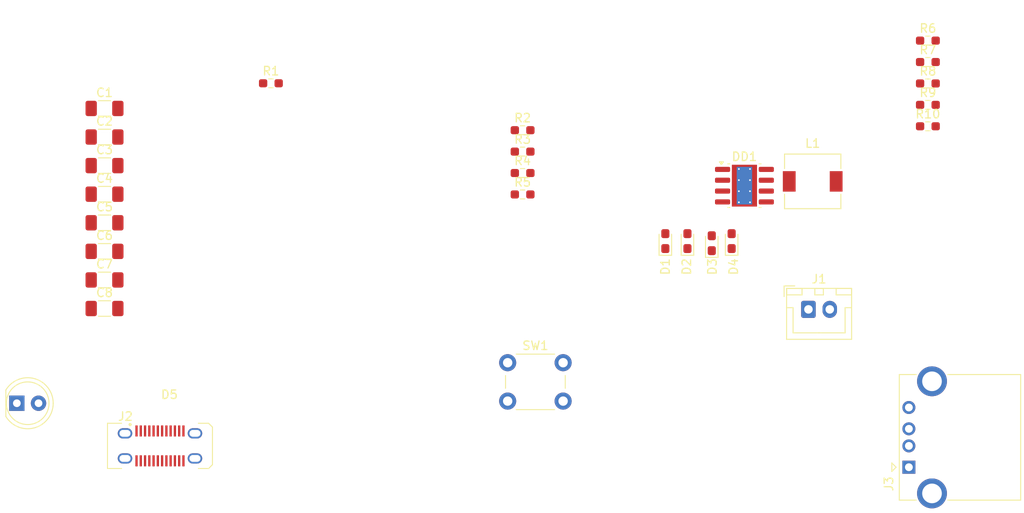
<source format=kicad_pcb>
(kicad_pcb (version 20240108) (generator "pcbnew") (generator_version "8.0")
  (layers (0 "F.Cu" signal) (31 "B.Cu" signal) (34 "B.Paste" user) (35 "F.Paste" user) (36 "B.SilkS" user "B.Silkscreen") (37 "F.SilkS" user "F.Silkscreen") (38 "B.Mask" user) (39 "F.Mask" user) (44 "Edge.Cuts" user))
  (net 0 "")
  (net 1 "Net-(C1-Pad1)")
  (net 2 "Net-(C2-Pad1)")
  (net 3 "Net-(DD1-BAT)")
  (net 4 "Net-(J1-Pin_1)")
  (net 5 "Net-(D5-A)")
  (net 6 "Net-(DD1-VOUT)")
  (net 7 "Net-(DD1-SW)")
  (net 10 "Net-(D1-A)")
  (net 11 "Net-(D1-K)")
  (net 12 "Net-(D3-A)")
  (net 13 "GND")
  (net 16 "Net-(DD1-KEY)")
  (net 30 "Net-(J3-D+)")
  (net 31 "Net-(J3-D-)")
  (net 32 "Net-(R4-Pad1)")
  (net 33 "Net-(R7-Pad2)")
  (footprint "LED_SMD:LED_0603_1608Metric_Pad1.05x0.95mm_HandSolder" (layer "F.Cu") (at 172.73 73.5 90)
    (property "Reference" "D1" (at -3 0 90) (layer "F.SilkS"))
    (property "Value" "LED")
    (fp_line (start 0.8 -0.735) (end -1.66 -0.735) (stroke (width 0.12)) (layer "F.SilkS"))
    (fp_line (start -1.66 -0.735) (end -1.66 0.735) (stroke (width 0.12)) (layer "F.SilkS"))
    (fp_line (start -1.66 0.735) (end 0.8 0.735) (stroke (width 0.12)) (layer "F.SilkS"))
    (pad "1" smd roundrect (at -0.875 0 90) (size 1.05 0.95) (layers "F.Cu" "F.Paste" "F.Mask") (net 11 "Net-(D1-K)"))
    (pad "2" smd roundrect (at 0.875 0 90) (size 1.05 0.95) (layers "F.Cu" "F.Paste" "F.Mask") (net 10 "Net-(D1-A)"))
  )
  (footprint "Capacitor_SMD:C_1206_3216Metric_Pad1.33x1.80mm_HandSolder" (layer "F.Cu") (at 107 68)
    (property "Reference" "C4" (at 0 -1.85 0) (layer "F.SilkS"))
    (property "Value" "22 uF")
    (fp_line (start -0.711252 -0.91) (end 0.711252 -0.91) (stroke (width 0.12)) (layer "F.SilkS"))
    (fp_line (start -0.711252 0.91) (end 0.711252 0.91) (stroke (width 0.12)) (layer "F.SilkS"))
    (pad "1" smd roundrect (at -1.5625 0) (size 1.325 1.8) (layers "F.Cu" "F.Paste" "F.Mask") (roundrect_rratio 0.188679) (net 6 "Net-(DD1-VOUT)"))
    (pad "2" smd roundrect (at 1.5625 0) (size 1.325 1.8) (layers "F.Cu" "F.Paste" "F.Mask") (roundrect_rratio 0.188679) (net 13 "GND"))
  )
  (footprint "Resistor_SMD:R_0603_1608Metric_Pad0.98x0.95mm_HandSolder" (layer "F.Cu") (at 203.5 52.51)
    (property "Reference" "R7" (at 0 -1.43 0) (layer "F.SilkS"))
    (property "Value" "~")
    (fp_line (start -0.254724 -0.5225) (end 0.254724 -0.5225) (stroke (width 0.12)) (layer "F.SilkS"))
    (fp_line (start -0.254724 0.5225) (end 0.254724 0.5225) (stroke (width 0.12)) (layer "F.SilkS"))
    (pad "1" smd roundrect (at -0.9125 0) (size 0.975 0.95) (layers "F.Cu" "F.Paste" "F.Mask") (net 31 "Net-(J3-D-)"))
    (pad "2" smd roundrect (at 0.9125 0) (size 0.975 0.95) (layers "F.Cu" "F.Paste" "F.Mask") (net 33 "Net-(R7-Pad2)"))
  )
  (footprint "Resistor_SMD:R_0603_1608Metric_Pad0.98x0.95mm_HandSolder" (layer "F.Cu") (at 156 63.01)
    (property "Reference" "R3" (at 0 -1.43 0) (layer "F.SilkS"))
    (property "Value" "20 Ohm ????????????")
    (fp_line (start -0.254724 -0.5225) (end 0.254724 -0.5225) (stroke (width 0.12)) (layer "F.SilkS"))
    (fp_line (start -0.254724 0.5225) (end 0.254724 0.5225) (stroke (width 0.12)) (layer "F.SilkS"))
    (pad "1" smd roundrect (at -0.9125 0) (size 0.975 0.95) (layers "F.Cu" "F.Paste" "F.Mask") (net 5 "Net-(D5-A)"))
    (pad "2" smd roundrect (at 0.9125 0) (size 0.975 0.95) (layers "F.Cu" "F.Paste" "F.Mask") (net 16 "Net-(DD1-KEY)"))
  )
  (footprint "Capacitor_SMD:C_1206_3216Metric_Pad1.33x1.80mm_HandSolder" (layer "F.Cu") (at 107 74.7)
    (property "Reference" "C6" (at 0 -1.85 0) (layer "F.SilkS"))
    (property "Value" "22 uF")
    (fp_line (start -0.711252 -0.91) (end 0.711252 -0.91) (stroke (width 0.12)) (layer "F.SilkS"))
    (fp_line (start -0.711252 0.91) (end 0.711252 0.91) (stroke (width 0.12)) (layer "F.SilkS"))
    (pad "1" smd roundrect (at -1.5625 0) (size 1.325 1.8) (layers "F.Cu" "F.Paste" "F.Mask") (roundrect_rratio 0.188679) (net 6 "Net-(DD1-VOUT)"))
    (pad "2" smd roundrect (at 1.5625 0) (size 1.325 1.8) (layers "F.Cu" "F.Paste" "F.Mask") (roundrect_rratio 0.188679) (net 13 "GND"))
  )
  (footprint "Capacitor_SMD:C_1206_3216Metric_Pad1.33x1.80mm_HandSolder" (layer "F.Cu") (at 107 81.4)
    (property "Reference" "C8" (at 0 -1.85 0) (layer "F.SilkS"))
    (property "Value" "22 uF")
    (fp_line (start -0.711252 -0.91) (end 0.711252 -0.91) (stroke (width 0.12)) (layer "F.SilkS"))
    (fp_line (start -0.711252 0.91) (end 0.711252 0.91) (stroke (width 0.12)) (layer "F.SilkS"))
    (pad "1" smd roundrect (at -1.5625 0) (size 1.325 1.8) (layers "F.Cu" "F.Paste" "F.Mask") (roundrect_rratio 0.188679) (net 4 "Net-(J1-Pin_1)"))
    (pad "2" smd roundrect (at 1.5625 0) (size 1.325 1.8) (layers "F.Cu" "F.Paste" "F.Mask") (roundrect_rratio 0.188679) (net 13 "GND"))
  )
  (footprint "Capacitor_SMD:C_1206_3216Metric_Pad1.33x1.80mm_HandSolder" (layer "F.Cu") (at 107 71.35)
    (property "Reference" "C5" (at 0 -1.85 0) (layer "F.SilkS"))
    (property "Value" "22 uF")
    (fp_line (start -0.711252 -0.91) (end 0.711252 -0.91) (stroke (width 0.12)) (layer "F.SilkS"))
    (fp_line (start -0.711252 0.91) (end 0.711252 0.91) (stroke (width 0.12)) (layer "F.SilkS"))
    (pad "1" smd roundrect (at -1.5625 0) (size 1.325 1.8) (layers "F.Cu" "F.Paste" "F.Mask") (roundrect_rratio 0.188679) (net 6 "Net-(DD1-VOUT)"))
    (pad "2" smd roundrect (at 1.5625 0) (size 1.325 1.8) (layers "F.Cu" "F.Paste" "F.Mask") (roundrect_rratio 0.188679) (net 13 "GND"))
  )
  (footprint "Resistor_SMD:R_0603_1608Metric_Pad0.98x0.95mm_HandSolder" (layer "F.Cu") (at 203.5 60.04)
    (property "Reference" "R10" (at 0 -1.43 0) (layer "F.SilkS"))
    (property "Value" "~")
    (fp_line (start -0.254724 -0.5225) (end 0.254724 -0.5225) (stroke (width 0.12)) (layer "F.SilkS"))
    (fp_line (start -0.254724 0.5225) (end 0.254724 0.5225) (stroke (width 0.12)) (layer "F.SilkS"))
    (pad "1" smd roundrect (at -0.9125 0) (size 0.975 0.95) (layers "F.Cu" "F.Paste" "F.Mask") (net 30 "Net-(J3-D+)"))
    (pad "2" smd roundrect (at 0.9125 0) (size 0.975 0.95) (layers "F.Cu" "F.Paste" "F.Mask") (net 31 "Net-(J3-D-)"))
  )
  (footprint "Capacitor_SMD:C_1206_3216Metric_Pad1.33x1.80mm_HandSolder" (layer "F.Cu") (at 107 78.05)
    (property "Reference" "C7" (at 0 -1.85 0) (layer "F.SilkS"))
    (property "Value" "22 uF")
    (fp_line (start -0.711252 -0.91) (end 0.711252 -0.91) (stroke (width 0.12)) (layer "F.SilkS"))
    (fp_line (start -0.711252 0.91) (end 0.711252 0.91) (stroke (width 0.12)) (layer "F.SilkS"))
    (pad "1" smd roundrect (at -1.5625 0) (size 1.325 1.8) (layers "F.Cu" "F.Paste" "F.Mask") (roundrect_rratio 0.188679) (net 3 "Net-(DD1-BAT)"))
    (pad "2" smd roundrect (at 1.5625 0) (size 1.325 1.8) (layers "F.Cu" "F.Paste" "F.Mask") (roundrect_rratio 0.188679) (net 13 "GND"))
  )
  (footprint "Resistor_SMD:R_0603_1608Metric_Pad0.98x0.95mm_HandSolder" (layer "F.Cu") (at 203.5 50)
    (property "Reference" "R6" (at 0 -1.43 0) (layer "F.SilkS"))
    (property "Value" "~")
    (fp_line (start -0.254724 -0.5225) (end 0.254724 -0.5225) (stroke (width 0.12)) (layer "F.SilkS"))
    (fp_line (start -0.254724 0.5225) (end 0.254724 0.5225) (stroke (width 0.12)) (layer "F.SilkS"))
    (pad "1" smd roundrect (at -0.9125 0) (size 0.975 0.95) (layers "F.Cu" "F.Paste" "F.Mask") (net 6 "Net-(DD1-VOUT)"))
    (pad "2" smd roundrect (at 0.9125 0) (size 0.975 0.95) (layers "F.Cu" "F.Paste" "F.Mask") (net 31 "Net-(J3-D-)"))
  )
  (footprint "Resistor_SMD:R_0603_1608Metric_Pad0.98x0.95mm_HandSolder" (layer "F.Cu") (at 156 65.52)
    (property "Reference" "R4" (at 0 -1.43 0) (layer "F.SilkS"))
    (property "Value" "10 Ohm")
    (fp_line (start -0.254724 -0.5225) (end 0.254724 -0.5225) (stroke (width 0.12)) (layer "F.SilkS"))
    (fp_line (start -0.254724 0.5225) (end 0.254724 0.5225) (stroke (width 0.12)) (layer "F.SilkS"))
    (pad "1" smd roundrect (at -0.9125 0) (size 0.975 0.95) (layers "F.Cu" "F.Paste" "F.Mask") (net 32 "Net-(R4-Pad1)"))
    (pad "2" smd roundrect (at 0.9125 0) (size 0.975 0.95) (layers "F.Cu" "F.Paste" "F.Mask") (net 16 "Net-(DD1-KEY)"))
  )
  (footprint "Connector_USB:USB_A_CONNFLY_DS1095-WNR0" (layer "F.Cu") (at 201.2725 100 90)
    (property "Reference" "J3" (at -1.95 -2.35 90) (layer "F.SilkS"))
    (property "Value" "USB_A")
    (fp_line (start 0.5 -2) (end -0.5 -2) (stroke (width 0.12)) (layer "F.SilkS"))
    (fp_line (start -0.5 -2) (end 0 -1.5) (stroke (width 0.12)) (layer "F.SilkS"))
    (fp_line (start 0 -1.5) (end 0.5 -2) (stroke (width 0.12)) (layer "F.SilkS"))
    (fp_line (start -3.86 -1.12) (end 10.86 -1.12) (stroke (width 0.12)) (layer "F.SilkS"))
    (fp_line (start -3.86 -1.12) (end -3.86 0.86) (stroke (width 0.12)) (layer "F.SilkS"))
    (fp_line (start 10.86 0.86) (end 10.86 -1.12) (stroke (width 0.12)) (layer "F.SilkS"))
    (fp_line (start 10.86 4.56) (end 10.86 13.1) (stroke (width 0.12)) (layer "F.SilkS"))
    (fp_line (start -3.86 4.56) (end -3.86 13.1) (stroke (width 0.12)) (layer "F.SilkS"))
    (fp_line (start -3.86 13.1) (end 10.86 13.1) (stroke (width 0.12)) (layer "F.SilkS"))
    (pad "1" thru_hole rect (at 0 0 90) (size 1.524 1.524) (drill 0.92) (layers "*.Cu" "*.Mask") (net 6 "Net-(DD1-VOUT)"))
    (pad "2" thru_hole circle (at 2.5 0 90) (size 1.524 1.524) (drill 0.92) (layers "*.Cu" "*.Mask") (net 31 "Net-(J3-D-)"))
    (pad "3" thru_hole circle (at 4.5 0 90) (size 1.524 1.524) (drill 0.92) (layers "*.Cu" "*.Mask") (net 30 "Net-(J3-D+)"))
    (pad "4" thru_hole circle (at 7 0 90) (size 1.524 1.524) (drill 0.92) (layers "*.Cu" "*.Mask") (net 13 "GND"))
    (pad "5" thru_hole circle (at -3.07 2.71 90) (size 3.5 3.5) (drill 2.3) (layers "*.Cu" "*.Mask") (net 13 "GND"))
    (pad "5" thru_hole circle (at 10.07 2.71 90) (size 3.5 3.5) (drill 2.3) (layers "*.Cu" "*.Mask") (net 13 "GND"))
  )
  (footprint "Inductor_SMD:L_6.3x6.3_H3" (layer "F.Cu") (at 190 66.5)
    (property "Reference" "L1" (at 0 -4.45 0) (layer "F.SilkS"))
    (property "Value" "1 uH")
    (fp_line (start -3.3 -3.2) (end 3.3 -3.2) (stroke (width 0.12)) (layer "F.SilkS"))
    (fp_line (start -3.3 -1.5) (end -3.3 -3.2) (stroke (width 0.12)) (layer "F.SilkS"))
    (fp_line (start -3.3 3.2) (end -3.3 1.5) (stroke (width 0.12)) (layer "F.SilkS"))
    (fp_line (start 3.3 -3.2) (end 3.3 -1.5) (stroke (width 0.12)) (layer "F.SilkS"))
    (fp_line (start 3.3 1.5) (end 3.3 3.2) (stroke (width 0.12)) (layer "F.SilkS"))
    (fp_line (start 3.3 3.2) (end -3.3 3.2) (stroke (width 0.12)) (layer "F.SilkS"))
    (pad "1" smd rect (at -2.75 0) (size 1.5 2.4) (layers "F.Cu" "F.Paste" "F.Mask") (net 7 "Net-(DD1-SW)"))
    (pad "2" smd rect (at 2.75 0) (size 1.5 2.4) (layers "F.Cu" "F.Paste" "F.Mask") (net 4 "Net-(J1-Pin_1)"))
  )
  (footprint "LED_SMD:LED_0603_1608Metric_Pad1.05x0.95mm_HandSolder" (layer "F.Cu") (at 178.17 73.745 90)
    (property "Reference" "D3" (at -2.755 0.06 90) (layer "F.SilkS"))
    (property "Value" "LED")
    (fp_line (start 0.8 -0.735) (end -1.66 -0.735) (stroke (width 0.12)) (layer "F.SilkS"))
    (fp_line (start -1.66 -0.735) (end -1.66 0.735) (stroke (width 0.12)) (layer "F.SilkS"))
    (fp_line (start -1.66 0.735) (end 0.8 0.735) (stroke (width 0.12)) (layer "F.SilkS"))
    (pad "1" smd roundrect (at -0.875 0 90) (size 1.05 0.95) (layers "F.Cu" "F.Paste" "F.Mask") (net 11 "Net-(D1-K)"))
    (pad "2" smd roundrect (at 0.875 0 90) (size 1.05 0.95) (layers "F.Cu" "F.Paste" "F.Mask") (net 12 "Net-(D3-A)"))
  )
  (footprint "Capacitor_SMD:C_1206_3216Metric_Pad1.33x1.80mm_HandSolder" (layer "F.Cu") (at 107 57.95)
    (property "Reference" "C1" (at 0 -1.85 0) (layer "F.SilkS"))
    (property "Value" "10 uF")
    (fp_line (start -0.711252 -0.91) (end 0.711252 -0.91) (stroke (width 0.12)) (layer "F.SilkS"))
    (fp_line (start -0.711252 0.91) (end 0.711252 0.91) (stroke (width 0.12)) (layer "F.SilkS"))
    (pad "1" smd roundrect (at -1.5625 0) (size 1.325 1.8) (layers "F.Cu" "F.Paste" "F.Mask") (roundrect_rratio 0.188679) (net 1 "Net-(C1-Pad1)"))
    (pad "2" smd roundrect (at 1.5625 0) (size 1.325 1.8) (layers "F.Cu" "F.Paste" "F.Mask") (roundrect_rratio 0.188679) (net 13 "GND"))
  )
  (footprint "Button_Switch_THT:SW_PUSH_6mm_H13mm" (layer "F.Cu") (at 154.25 87.75)
    (property "Reference" "SW1" (at 3.25 -2 0) (layer "F.SilkS"))
    (property "Value" "SW_Push")
    (fp_line (start -0.25 1.5) (end -0.25 3) (stroke (width 0.12)) (layer "F.SilkS"))
    (fp_line (start 1 5.5) (end 5.5 5.5) (stroke (width 0.12)) (layer "F.SilkS"))
    (fp_line (start 5.5 -1) (end 1 -1) (stroke (width 0.12)) (layer "F.SilkS"))
    (fp_line (start 6.75 3) (end 6.75 1.5) (stroke (width 0.12)) (layer "F.SilkS"))
    (pad "1" thru_hole circle (at 0 0 90) (size 2 2) (drill 1.1) (layers "*.Cu" "*.Mask") (net 13 "GND"))
    (pad "1" thru_hole circle (at 6.5 0 90) (size 2 2) (drill 1.1) (layers "*.Cu" "*.Mask") (net 13 "GND"))
    (pad "2" thru_hole circle (at 0 4.5 90) (size 2 2) (drill 1.1) (layers "*.Cu" "*.Mask") (net 32 "Net-(R4-Pad1)"))
    (pad "2" thru_hole circle (at 6.5 4.5 90) (size 2 2) (drill 1.1) (layers "*.Cu" "*.Mask") (net 32 "Net-(R4-Pad1)"))
  )
  (footprint "Resistor_SMD:R_0603_1608Metric_Pad0.98x0.95mm_HandSolder" (layer "F.Cu") (at 126.5 55)
    (property "Reference" "R1" (at 0 -1.43 0) (layer "F.SilkS"))
    (property "Value" "2 Ohm")
    (fp_line (start -0.254724 -0.5225) (end 0.254724 -0.5225) (stroke (width 0.12)) (layer "F.SilkS"))
    (fp_line (start -0.254724 0.5225) (end 0.254724 0.5225) (stroke (width 0.12)) (layer "F.SilkS"))
    (pad "1" smd roundrect (at -0.9125 0) (size 0.975 0.95) (layers "F.Cu" "F.Paste" "F.Mask") (net 2 "Net-(C2-Pad1)"))
    (pad "2" smd roundrect (at 0.9125 0) (size 0.975 0.95) (layers "F.Cu" "F.Paste" "F.Mask") (net 1 "Net-(C1-Pad1)"))
  )
  (footprint "Resistor_SMD:R_0603_1608Metric_Pad0.98x0.95mm_HandSolder" (layer "F.Cu") (at 156 60.5)
    (property "Reference" "R2" (at 0 -1.43 0) (layer "F.SilkS"))
    (property "Value" "1 Ohm")
    (fp_line (start -0.254724 -0.5225) (end 0.254724 -0.5225) (stroke (width 0.12)) (layer "F.SilkS"))
    (fp_line (start -0.254724 0.5225) (end 0.254724 0.5225) (stroke (width 0.12)) (layer "F.SilkS"))
    (pad "1" smd roundrect (at -0.9125 0) (size 0.975 0.95) (layers "F.Cu" "F.Paste" "F.Mask") (net 4 "Net-(J1-Pin_1)"))
    (pad "2" smd roundrect (at 0.9125 0) (size 0.975 0.95) (layers "F.Cu" "F.Paste" "F.Mask") (net 3 "Net-(DD1-BAT)"))
  )
  (footprint "Resistor_SMD:R_0603_1608Metric_Pad0.98x0.95mm_HandSolder" (layer "F.Cu") (at 203.5 57.53)
    (property "Reference" "R9" (at 0 -1.43 0) (layer "F.SilkS"))
    (property "Value" "~")
    (fp_line (start -0.254724 -0.5225) (end 0.254724 -0.5225) (stroke (width 0.12)) (layer "F.SilkS"))
    (fp_line (start -0.254724 0.5225) (end 0.254724 0.5225) (stroke (width 0.12)) (layer "F.SilkS"))
    (pad "1" smd roundrect (at -0.9125 0) (size 0.975 0.95) (layers "F.Cu" "F.Paste" "F.Mask") (net 30 "Net-(J3-D+)"))
    (pad "2" smd roundrect (at 0.9125 0) (size 0.975 0.95) (layers "F.Cu" "F.Paste" "F.Mask") (net 33 "Net-(R7-Pad2)"))
  )
  (footprint "Package_SO:SOIC-8-1EP_3.9x4.9mm_P1.27mm_EP2.95x4.9mm_Mask2.71x3.4mm_ThermalVias" (layer "F.Cu") (at 182 67)
    (property "Reference" "DD1" (at 0 -3.4 0) (layer "F.SilkS"))
    (property "Value" "~")
    (fp_line (start -1.710584 -2.56) (end -1.95 -2.56) (stroke (width 0.12)) (layer "F.SilkS"))
    (fp_line (start -1.710584 2.56) (end -1.95 2.56) (stroke (width 0.12)) (layer "F.SilkS"))
    (fp_line (start 1.710584 -2.56) (end 1.95 -2.56) (stroke (width 0.12)) (layer "F.SilkS"))
    (fp_line (start 1.710584 2.56) (end 1.95 2.56) (stroke (width 0.12)) (layer "F.SilkS"))
    (fp_poly (pts (xy -2.7 -2.465) (xy -2.94 -2.795) (xy -2.46 -2.795) (xy -2.7 -2.465)) (stroke (width 0.12)) (fill solid) (layer "F.SilkS"))
    (pad "1" smd roundrect (at -2.5625 -1.905) (size 1.775 0.6) (layers "F.Cu" "F.Paste" "F.Mask"))
    (pad "2" smd roundrect (at -2.5625 -0.635) (size 1.775 0.6) (layers "F.Cu" "F.Paste" "F.Mask") (net 10 "Net-(D1-A)"))
    (pad "3" smd roundrect (at -2.5625 0.635) (size 1.775 0.6) (layers "F.Cu" "F.Paste" "F.Mask") (net 12 "Net-(D3-A)"))
    (pad "4" smd roundrect (at -2.5625 1.905) (size 1.775 0.6) (layers "F.Cu" "F.Paste" "F.Mask") (net 11 "Net-(D1-K)"))
    (pad "5" smd roundrect (at 2.5625 1.905) (size 1.775 0.6) (layers "F.Cu" "F.Paste" "F.Mask") (net 16 "Net-(DD1-KEY)"))
    (pad "6" smd roundrect (at 2.5625 0.635) (size 1.775 0.6) (layers "F.Cu" "F.Paste" "F.Mask") (net 3 "Net-(DD1-BAT)"))
    (pad "7" smd roundrect (at 2.5625 -0.635) (size 1.775 0.6) (layers "F.Cu" "F.Paste" "F.Mask") (net 7 "Net-(DD1-SW)"))
    (pad "8" smd roundrect (at 2.5625 -1.905) (size 1.775 0.6) (layers "F.Cu" "F.Paste" "F.Mask") (net 6 "Net-(DD1-VOUT)"))
    (pad "9" thru_hole circle (at -0.65 -1.95) (size 0.5 0.5) (drill 0.2) (property pad_prop_heatsink) (layers "*.Cu") (net 13 "GND"))
    (pad "9" thru_hole circle (at -0.65 -0.65) (size 0.5 0.5) (drill 0.2) (property pad_prop_heatsink) (layers "*.Cu") (net 13 "GND"))
    (pad "9" thru_hole circle (at -0.65 0.65) (size 0.5 0.5) (drill 0.2) (property pad_prop_heatsink) (layers "*.Cu") (net 13 "GND"))
    (pad "9" thru_hole circle (at -0.65 1.95) (size 0.5 0.5) (drill 0.2) (property pad_prop_heatsink) (layers "*.Cu") (net 13 "GND"))
    (pad "9" smd rect (at 0 0) (size 1.8 4.4) (property pad_prop_heatsink) (layers "B.Cu") (net 13 "GND"))
    (pad "9" smd rect (at 0 0) (size 2.95 4.9) (property pad_prop_heatsink) (layers "F.Cu") (net 13 "GND"))
    (pad "9" thru_hole circle (at 0.65 -1.95) (size 0.5 0.5) (drill 0.2) (property pad_prop_heatsink) (layers "*.Cu") (net 13 "GND"))
    (pad "9" thru_hole circle (at 0.65 -0.65) (size 0.5 0.5) (drill 0.2) (property pad_prop_heatsink) (layers "*.Cu") (net 13 "GND"))
    (pad "9" thru_hole circle (at 0.65 0.65) (size 0.5 0.5) (drill 0.2) (property pad_prop_heatsink) (layers "*.Cu") (net 13 "GND"))
    (pad "9" thru_hole circle (at 0.65 1.95) (size 0.5 0.5) (drill 0.2) (property pad_prop_heatsink) (layers "*.Cu") (net 13 "GND"))
  )
  (footprint "LED_SMD:LED_0603_1608Metric_Pad1.05x0.95mm_HandSolder" (layer "F.Cu") (at 175.32 73.5 90)
    (property "Reference" "D2" (at -3 -0.09 90) (layer "F.SilkS"))
    (property "Value" "LED")
    (fp_line (start 0.8 -0.735) (end -1.66 -0.735) (stroke (width 0.12)) (layer "F.SilkS"))
    (fp_line (start -1.66 -0.735) (end -1.66 0.735) (stroke (width 0.12)) (layer "F.SilkS"))
    (fp_line (start -1.66 0.735) (end 0.8 0.735) (stroke (width 0.12)) (layer "F.SilkS"))
    (pad "1" smd roundrect (at -0.875 0 90) (size 1.05 0.95) (layers "F.Cu" "F.Paste" "F.Mask") (net 10 "Net-(D1-A)"))
    (pad "2" smd roundrect (at 0.875 0 90) (size 1.05 0.95) (layers "F.Cu" "F.Paste" "F.Mask") (net 11 "Net-(D1-K)"))
  )
  (footprint "Connector_JST:JST_XH_B2B-XH-A_1x02_P2.50mm_Vertical" (layer "F.Cu") (at 189.5 81.5)
    (property "Reference" "J1" (at 1.25 -3.55 0) (layer "F.SilkS"))
    (property "Value" "Conn_01x02")
    (fp_line (start -2.85 -2.75) (end -2.85 -1.5) (stroke (width 0.12)) (layer "F.SilkS"))
    (fp_line (start -2.56 -2.46) (end -2.56 3.51) (stroke (width 0.12)) (layer "F.SilkS"))
    (fp_line (start -2.56 3.51) (end 5.06 3.51) (stroke (width 0.12)) (layer "F.SilkS"))
    (fp_line (start -2.55 -2.45) (end -2.55 -1.7) (stroke (width 0.12)) (layer "F.SilkS"))
    (fp_line (start -2.55 -1.7) (end -0.75 -1.7) (stroke (width 0.12)) (layer "F.SilkS"))
    (fp_line (start -2.55 -0.2) (end -1.8 -0.2) (stroke (width 0.12)) (layer "F.SilkS"))
    (fp_line (start -1.8 -0.2) (end -1.8 2.75) (stroke (width 0.12)) (layer "F.SilkS"))
    (fp_line (start -1.8 2.75) (end 1.25 2.75) (stroke (width 0.12)) (layer "F.SilkS"))
    (fp_line (start -1.6 -2.75) (end -2.85 -2.75) (stroke (width 0.12)) (layer "F.SilkS"))
    (fp_line (start -0.75 -2.45) (end -2.55 -2.45) (stroke (width 0.12)) (layer "F.SilkS"))
    (fp_line (start -0.75 -1.7) (end -0.75 -2.45) (stroke (width 0.12)) (layer "F.SilkS"))
    (fp_line (start 0.75 -2.45) (end 0.75 -1.7) (stroke (width 0.12)) (layer "F.SilkS"))
    (fp_line (start 0.75 -1.7) (end 1.75 -1.7) (stroke (width 0.12)) (layer "F.SilkS"))
    (fp_line (start 1.75 -2.45) (end 0.75 -2.45) (stroke (width 0.12)) (layer "F.SilkS"))
    (fp_line (start 1.75 -1.7) (end 1.75 -2.45) (stroke (width 0.12)) (layer "F.SilkS"))
    (fp_line (start 3.25 -2.45) (end 3.25 -1.7) (stroke (width 0.12)) (layer "F.SilkS"))
    (fp_line (start 3.25 -1.7) (end 5.05 -1.7) (stroke (width 0.12)) (layer "F.SilkS"))
    (fp_line (start 4.3 -0.2) (end 4.3 2.75) (stroke (width 0.12)) (layer "F.SilkS"))
    (fp_line (start 4.3 2.75) (end 1.25 2.75) (stroke (width 0.12)) (layer "F.SilkS"))
    (fp_line (start 5.05 -2.45) (end 3.25 -2.45) (stroke (width 0.12)) (layer "F.SilkS"))
    (fp_line (start 5.05 -1.7) (end 5.05 -2.45) (stroke (width 0.12)) (layer "F.SilkS"))
    (fp_line (start 5.05 -0.2) (end 4.3 -0.2) (stroke (width 0.12)) (layer "F.SilkS"))
    (fp_line (start 5.06 -2.46) (end -2.56 -2.46) (stroke (width 0.12)) (layer "F.SilkS"))
    (fp_line (start 5.06 3.51) (end 5.06 -2.46) (stroke (width 0.12)) (layer "F.SilkS"))
    (pad "1" thru_hole roundrect (at 0 0) (size 1.7 2) (drill 1) (layers "*.Cu" "*.Mask") (roundrect_rratio 0.147059) (net 4 "Net-(J1-Pin_1)"))
    (pad "2" thru_hole oval (at 2.5 0) (size 1.7 2) (drill 1) (layers "*.Cu" "*.Mask") (net 13 "GND"))
  )
  (footprint "Connector_USB:USB_C_Receptacle_JAE_DX07S024WJ3R400" (layer "F.Cu") (at 113.5 97.5)
    (property "Reference" "J2" (at -4.05 -3.45 0) (layer "F.SilkS"))
    (property "Value" "USB_C_Receptacle")
    (fp_line (start -6.15 -2.65) (end -6.15 2.65) (stroke (width 0.12)) (layer "F.SilkS"))
    (fp_line (start -6.15 -2.65) (end -4.5 -2.65) (stroke (width 0.12)) (layer "F.SilkS"))
    (fp_line (start -6.15 2.65) (end -4.5 2.65) (stroke (width 0.12)) (layer "F.SilkS"))
    (fp_line (start 4.5 -2.65) (end 5.7 -2.65) (stroke (width 0.12)) (layer "F.SilkS"))
    (fp_line (start 4.5 2.65) (end 5.7 2.65) (stroke (width 0.12)) (layer "F.SilkS"))
    (fp_line (start 5.7 -2.65) (end 6.15 -2.2) (stroke (width 0.12)) (layer "F.SilkS"))
    (fp_line (start 5.7 2.65) (end 6.15 2.2) (stroke (width 0.12)) (layer "F.SilkS"))
    (fp_line (start 6.15 -2.2) (end 6.15 2.2) (stroke (width 0.12)) (layer "F.SilkS"))
    (fp_circle (center -3.5 -2.5) (end -3.388197 -2.5) (stroke (width 0.15)) (fill none) (layer "F.SilkS"))
    (pad "" np_thru_hole circle (at -5.5 -1.3) (size 0.6 0.6) (drill 0.6) (layers "*.Cu" "*.Mask"))
    (pad "" np_thru_hole circle (at 5.5 -1.3) (size 0.6 0.6) (drill 0.6) (layers "*.Cu" "*.Mask"))
    (pad "A1" smd rect (at -2.75 -1.75) (size 0.27 1.3) (layers "F.Cu" "F.Paste" "F.Mask") (net 13 "GND"))
    (pad "A2" smd rect (at -2.25 -1.75) (size 0.27 1.3) (layers "F.Cu" "F.Paste" "F.Mask"))
    (pad "A3" smd rect (at -1.75 -1.75) (size 0.27 1.3) (layers "F.Cu" "F.Paste" "F.Mask"))
    (pad "A4" smd rect (at -1.25 -1.75) (size 0.27 1.3) (layers "F.Cu" "F.Paste" "F.Mask") (net 2 "Net-(C2-Pad1)"))
    (pad "A5" smd rect (at -0.75 -1.75) (size 0.27 1.3) (layers "F.Cu" "F.Paste" "F.Mask"))
    (pad "A6" smd rect (at -0.25 -1.75) (size 0.27 1.3) (layers "F.Cu" "F.Paste" "F.Mask"))
    (pad "A7" smd rect (at 0.25 -1.75) (size 0.27 1.3) (layers "F.Cu" "F.Paste" "F.Mask"))
    (pad "A8" smd rect (at 0.75 -1.75) (size 0.27 1.3) (layers "F.Cu" "F.Paste" "F.Mask"))
    (pad "A9" smd rect (at 1.25 -1.75) (size 0.27 1.3) (layers "F.Cu" "F.Paste" "F.Mask") (net 2 "Net-(C2-Pad1)"))
    (pad "A10" smd rect (at 1.75 -1.75) (size 0.27 1.3) (layers "F.Cu" "F.Paste" "F.Mask"))
    (pad "A11" smd rect (at 2.25 -1.75) (size 0.27 1.3) (layers "F.Cu" "F.Paste" "F.Mask"))
    (pad "A12" smd rect (at 2.75 -1.75) (size 0.27 1.3) (layers "F.Cu" "F.Paste" "F.Mask") (net 13 "GND"))
    (pad "B1" smd rect (at 2.75 1.75) (size 0.27 1.3) (layers "F.Cu" "F.Paste" "F.Mask") (net 13 "GND"))
    (pad "B2" smd rect (at 2.25 1.75) (size 0.27 1.3) (layers "F.Cu" "F.Paste" "F.Mask"))
    (pad "B3" smd rect (at 1.75 1.75) (size 0.27 1.3) (layers "F.Cu" "F.Paste" "F.Mask"))
    (pad "B4" smd rect (at 1.25 1.75) (size 0.27 1.3) (layers "F.Cu" "F.Paste" "F.Mask") (net 2 "Net-(C2-Pad1)"))
    (pad "B5" smd rect (at 0.75 1.75) (size 0.27 1.3) (layers "F.Cu" "F.Paste" "F.Mask"))
    (pad "B6" smd rect (at 0.25 1.75) (size 0.27 1.3) (layers "F.Cu" "F.Paste" "F.Mask"))
    (pad "B7" smd rect (at -0.25 1.75) (size 0.27 1.3) (layers "F.Cu" "F.Paste" "F.Mask"))
    (pad "B8" smd rect (at -0.75 1.75) (size 0.27 1.3) (layers "F.Cu" "F.Paste" "F.Mask"))
    (pad "B9" smd rect (at -1.25 1.75) (size 0.27 1.3) (layers "F.Cu" "F.Paste" "F.Mask") (net 2 "Net-(C2-Pad1)"))
    (pad "B10" smd rect (at -1.75 1.75) (size 0.27 1.3) (layers "F.Cu" "F.Paste" "F.Mask"))
    (pad "B11" smd rect (at -2.25 1.75) (size 0.27 1.3) (layers "F.Cu" "F.Paste" "F.Mask"))
    (pad "B12" smd rect (at -2.75 1.75) (size 0.27 1.3) (layers "F.Cu" "F.Paste" "F.Mask") (net 13 "GND"))
    (pad "S1" thru_hole oval (at -4.1 -1.47 90) (size 1.2 1.7) (drill oval 0.8 1.3) (layers "*.Cu" "*.Mask") (net 13 "GND"))
    (pad "S1" thru_hole oval (at -4.1 1.47 90) (size 1.2 1.7) (drill oval 0.8 1.3) (layers "*.Cu" "*.Mask") (net 13 "GND"))
    (pad "S1" thru_hole oval (at 4.1 -1.47 90) (size 1.2 1.7) (drill oval 0.8 1.3) (layers "*.Cu" "*.Mask") (net 13 "GND"))
    (pad "S1" thru_hole oval (at 4.1 1.47 90) (size 1.2 1.7) (drill oval 0.8 1.3) (layers "*.Cu" "*.Mask") (net 13 "GND"))
  )
  (footprint "LED_SMD:LED_0603_1608Metric_Pad1.05x0.95mm_HandSolder" (layer "F.Cu") (at 180.5 73.5 90)
    (property "Reference" "D4" (at -3 0.23 90) (layer "F.SilkS"))
    (property "Value" "LED")
    (fp_line (start 0.8 -0.735) (end -1.66 -0.735) (stroke (width 0.12)) (layer "F.SilkS"))
    (fp_line (start -1.66 -0.735) (end -1.66 0.735) (stroke (width 0.12)) (layer "F.SilkS"))
    (fp_line (start -1.66 0.735) (end 0.8 0.735) (stroke (width 0.12)) (layer "F.SilkS"))
    (pad "1" smd roundrect (at -0.875 0 90) (size 1.05 0.95) (layers "F.Cu" "F.Paste" "F.Mask") (net 12 "Net-(D3-A)"))
    (pad "2" smd roundrect (at 0.875 0 90) (size 1.05 0.95) (layers "F.Cu" "F.Paste" "F.Mask") (net 11 "Net-(D1-K)"))
  )
  (footprint "Capacitor_SMD:C_1206_3216Metric_Pad1.33x1.80mm_HandSolder" (layer "F.Cu") (at 107 64.65)
    (property "Reference" "C3" (at 0 -1.85 0) (layer "F.SilkS"))
    (property "Value" "22 uF")
    (fp_line (start -0.711252 -0.91) (end 0.711252 -0.91) (stroke (width 0.12)) (layer "F.SilkS"))
    (fp_line (start -0.711252 0.91) (end 0.711252 0.91) (stroke (width 0.12)) (layer "F.SilkS"))
    (pad "1" smd roundrect (at -1.5625 0) (size 1.325 1.8) (layers "F.Cu" "F.Paste" "F.Mask") (roundrect_rratio 0.188679) (net 6 "Net-(DD1-VOUT)"))
    (pad "2" smd roundrect (at 1.5625 0) (size 1.325 1.8) (layers "F.Cu" "F.Paste" "F.Mask") (roundrect_rratio 0.188679) (net 13 "GND"))
  )
  (footprint "Capacitor_SMD:C_1206_3216Metric_Pad1.33x1.80mm_HandSolder" (layer "F.Cu") (at 107 61.3)
    (property "Reference" "C2" (at 0 -1.85 0) (layer "F.SilkS"))
    (property "Value" "10 uF")
    (fp_line (start -0.711252 -0.91) (end 0.711252 -0.91) (stroke (width 0.12)) (layer "F.SilkS"))
    (fp_line (start -0.711252 0.91) (end 0.711252 0.91) (stroke (width 0.12)) (layer "F.SilkS"))
    (pad "1" smd roundrect (at -1.5625 0) (size 1.325 1.8) (layers "F.Cu" "F.Paste" "F.Mask") (roundrect_rratio 0.188679) (net 2 "Net-(C2-Pad1)"))
    (pad "2" smd roundrect (at 1.5625 0) (size 1.325 1.8) (layers "F.Cu" "F.Paste" "F.Mask") (roundrect_rratio 0.188679) (net 13 "GND"))
  )
  (footprint "LED_THT:LED_D5.0mm_IRBlack" (layer "F.Cu") (at 96.725 92.5)
    (property "Reference" "D5" (at 17.88 -1.01 0) (layer "F.SilkS"))
    (property "Value" "LED")
    (fp_line (start -1.29 -1.545) (end -1.29 1.545) (stroke (width 0.12)) (layer "F.SilkS"))
    (fp_arc (start -1.29 -1.54483) (mid 2.072002 -2.880433) (end 4.26 0.000462) (stroke (width 0.12)) (layer "F.SilkS"))
    (fp_arc (start 4.26 -0.000462) (mid 2.072002 2.880433) (end -1.29 1.54483) (stroke (width 0.12)) (layer "F.SilkS"))
    (fp_circle (center 1.27 0) (end 3.77 0) (stroke (width 0.12)) (fill none) (layer "F.SilkS"))
    (pad "1" thru_hole rect (at 0 0) (size 1.8 1.8) (drill 0.9) (layers "*.Cu" "*.Mask") (net 13 "GND"))
    (pad "2" thru_hole circle (at 2.54 0) (size 1.8 1.8) (drill 0.9) (layers "*.Cu" "*.Mask") (net 5 "Net-(D5-A)"))
  )
  (footprint "Resistor_SMD:R_0603_1608Metric_Pad0.98x0.95mm_HandSolder" (layer "F.Cu") (at 203.5 55.02)
    (property "Reference" "R8" (at 0 -1.43 0) (layer "F.SilkS"))
    (property "Value" "~")
    (fp_line (start -0.254724 -0.5225) (end 0.254724 -0.5225) (stroke (width 0.12)) (layer "F.SilkS"))
    (fp_line (start -0.254724 0.5225) (end 0.254724 0.5225) (stroke (width 0.12)) (layer "F.SilkS"))
    (pad "1" smd roundrect (at -0.9125 0) (size 0.975 0.95) (layers "F.Cu" "F.Paste" "F.Mask") (net 6 "Net-(DD1-VOUT)"))
    (pad "2" smd roundrect (at 0.9125 0) (size 0.975 0.95) (layers "F.Cu" "F.Paste" "F.Mask") (net 30 "Net-(J3-D+)"))
  )
  (footprint "Resistor_SMD:R_0603_1608Metric_Pad0.98x0.95mm_HandSolder" (layer "F.Cu") (at 156 68.03)
    (property "Reference" "R5" (at 0 -1.43 0) (layer "F.SilkS"))
    (property "Value" "1 Ohm")
    (fp_line (start -0.254724 -0.5225) (end 0.254724 -0.5225) (stroke (width 0.12)) (layer "F.SilkS"))
    (fp_line (start -0.254724 0.5225) (end 0.254724 0.5225) (stroke (width 0.12)) (layer "F.SilkS"))
    (pad "1" smd roundrect (at -0.9125 0) (size 0.975 0.95) (layers "F.Cu" "F.Paste" "F.Mask") (net 4 "Net-(J1-Pin_1)"))
    (pad "2" smd roundrect (at 0.9125 0) (size 0.975 0.95) (layers "F.Cu" "F.Paste" "F.Mask") (net 3 "Net-(DD1-BAT)"))
  )
)
</source>
